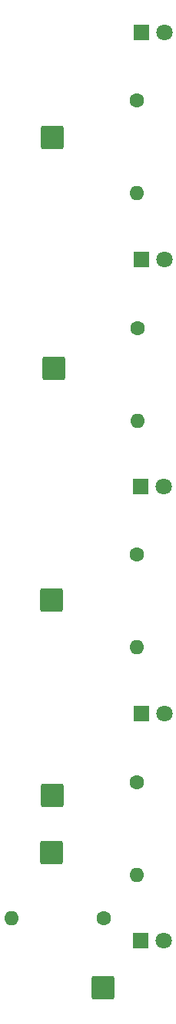
<source format=gts>
%TF.GenerationSoftware,KiCad,Pcbnew,7.0.5*%
%TF.CreationDate,2023-07-09T21:35:34-04:00*%
%TF.ProjectId,Guitar_Hero_PCB_LEDs,47756974-6172-45f4-9865-726f5f504342,v01*%
%TF.SameCoordinates,Original*%
%TF.FileFunction,Soldermask,Top*%
%TF.FilePolarity,Negative*%
%FSLAX46Y46*%
G04 Gerber Fmt 4.6, Leading zero omitted, Abs format (unit mm)*
G04 Created by KiCad (PCBNEW 7.0.5) date 2023-07-09 21:35:34*
%MOMM*%
%LPD*%
G01*
G04 APERTURE LIST*
G04 Aperture macros list*
%AMRoundRect*
0 Rectangle with rounded corners*
0 $1 Rounding radius*
0 $2 $3 $4 $5 $6 $7 $8 $9 X,Y pos of 4 corners*
0 Add a 4 corners polygon primitive as box body*
4,1,4,$2,$3,$4,$5,$6,$7,$8,$9,$2,$3,0*
0 Add four circle primitives for the rounded corners*
1,1,$1+$1,$2,$3*
1,1,$1+$1,$4,$5*
1,1,$1+$1,$6,$7*
1,1,$1+$1,$8,$9*
0 Add four rect primitives between the rounded corners*
20,1,$1+$1,$2,$3,$4,$5,0*
20,1,$1+$1,$4,$5,$6,$7,0*
20,1,$1+$1,$6,$7,$8,$9,0*
20,1,$1+$1,$8,$9,$2,$3,0*%
G04 Aperture macros list end*
%ADD10RoundRect,0.249999X-1.025001X-1.025001X1.025001X-1.025001X1.025001X1.025001X-1.025001X1.025001X0*%
%ADD11C,1.600000*%
%ADD12O,1.600000X1.600000*%
%ADD13R,1.800000X1.800000*%
%ADD14C,1.800000*%
G04 APERTURE END LIST*
D10*
%TO.C,J6*%
X141224000Y-174879000D03*
%TD*%
D11*
%TO.C,R4*%
X144957800Y-152298400D03*
D12*
X144957800Y-162458400D03*
%TD*%
D11*
%TO.C,R1*%
X144957800Y-77597000D03*
D12*
X144957800Y-87757000D03*
%TD*%
D13*
%TO.C,D1*%
X145415000Y-70104000D03*
D14*
X147955000Y-70104000D03*
%TD*%
D10*
%TO.C,J2*%
X135636000Y-153797000D03*
%TD*%
D13*
%TO.C,D3*%
X145410000Y-119888000D03*
D14*
X147950000Y-119888000D03*
%TD*%
D11*
%TO.C,R5*%
X141300200Y-167259000D03*
D12*
X131140200Y-167259000D03*
%TD*%
D13*
%TO.C,D4*%
X145415000Y-144780000D03*
D14*
X147955000Y-144780000D03*
%TD*%
D10*
%TO.C,J3*%
X135509000Y-132334000D03*
%TD*%
D11*
%TO.C,R3*%
X144983200Y-127381000D03*
D12*
X144983200Y-137541000D03*
%TD*%
D10*
%TO.C,J1*%
X135509000Y-160020000D03*
%TD*%
%TO.C,J4*%
X135763000Y-106934000D03*
%TD*%
%TO.C,J5*%
X135636000Y-81661000D03*
%TD*%
D13*
%TO.C,D2*%
X145415000Y-94996000D03*
D14*
X147955000Y-94996000D03*
%TD*%
D11*
%TO.C,R2*%
X145008600Y-102514400D03*
D12*
X145008600Y-112674400D03*
%TD*%
D13*
%TO.C,D5*%
X145410000Y-169672000D03*
D14*
X147950000Y-169672000D03*
%TD*%
M02*

</source>
